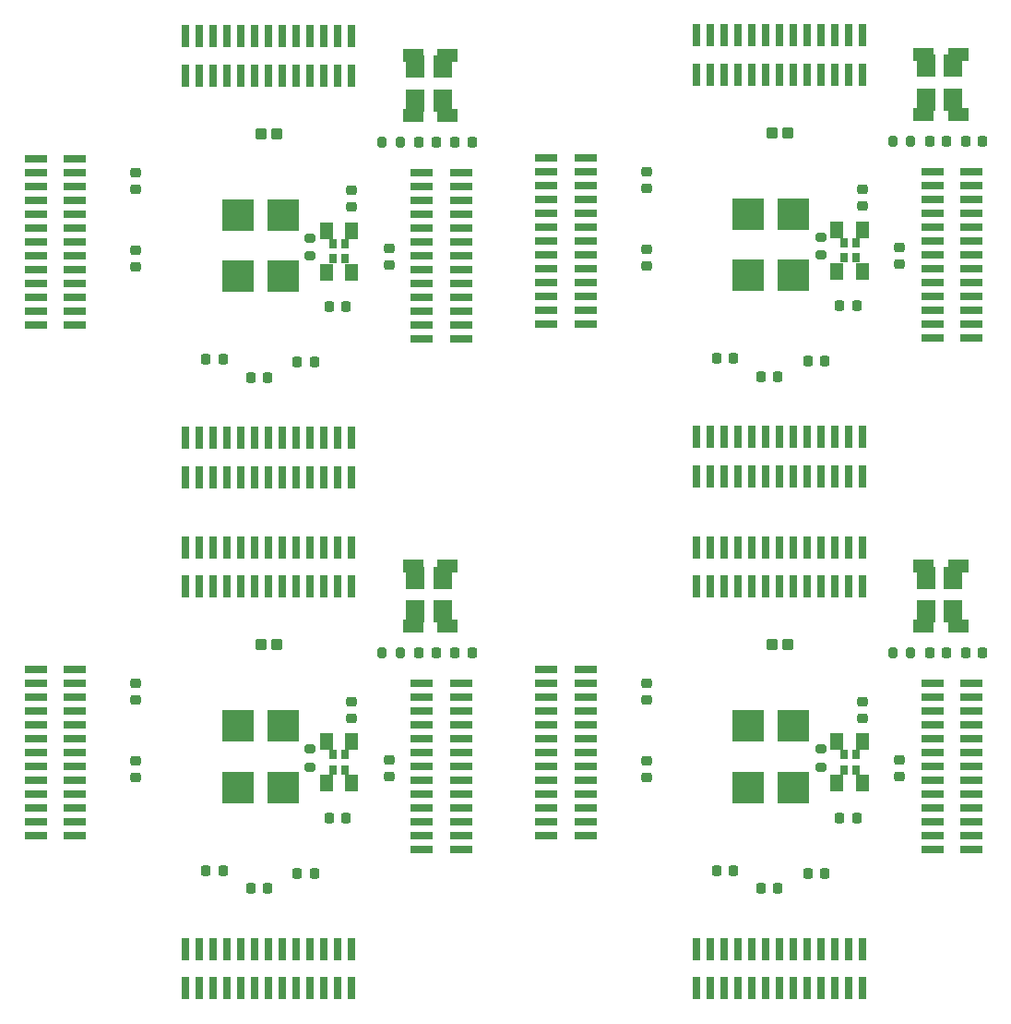
<source format=gbp>
%TF.GenerationSoftware,KiCad,Pcbnew,6.0.7+dfsg-1~bpo11+1*%
%TF.CreationDate,2022-08-31T21:43:44+02:00*%
%TF.ProjectId,PIC32MX795F512L,50494333-324d-4583-9739-35463531324c,rev?*%
%TF.SameCoordinates,Original*%
%TF.FileFunction,Paste,Bot*%
%TF.FilePolarity,Positive*%
%FSLAX46Y46*%
G04 Gerber Fmt 4.6, Leading zero omitted, Abs format (unit mm)*
G04 Created by KiCad (PCBNEW 6.0.7+dfsg-1~bpo11+1) date 2022-08-31 21:43:44*
%MOMM*%
%LPD*%
G01*
G04 APERTURE LIST*
G04 Aperture macros list*
%AMRoundRect*
0 Rectangle with rounded corners*
0 $1 Rounding radius*
0 $2 $3 $4 $5 $6 $7 $8 $9 X,Y pos of 4 corners*
0 Add a 4 corners polygon primitive as box body*
4,1,4,$2,$3,$4,$5,$6,$7,$8,$9,$2,$3,0*
0 Add four circle primitives for the rounded corners*
1,1,$1+$1,$2,$3*
1,1,$1+$1,$4,$5*
1,1,$1+$1,$6,$7*
1,1,$1+$1,$8,$9*
0 Add four rect primitives between the rounded corners*
20,1,$1+$1,$2,$3,$4,$5,0*
20,1,$1+$1,$4,$5,$6,$7,0*
20,1,$1+$1,$6,$7,$8,$9,0*
20,1,$1+$1,$8,$9,$2,$3,0*%
G04 Aperture macros list end*
%ADD10RoundRect,0.225000X-0.225000X-0.250000X0.225000X-0.250000X0.225000X0.250000X-0.225000X0.250000X0*%
%ADD11RoundRect,0.250000X0.287500X0.275000X-0.287500X0.275000X-0.287500X-0.275000X0.287500X-0.275000X0*%
%ADD12RoundRect,0.225000X0.225000X0.250000X-0.225000X0.250000X-0.225000X-0.250000X0.225000X-0.250000X0*%
%ADD13R,1.300000X1.600000*%
%ADD14RoundRect,0.225000X0.250000X-0.225000X0.250000X0.225000X-0.250000X0.225000X-0.250000X-0.225000X0*%
%ADD15R,0.800000X0.900000*%
%ADD16R,2.850000X2.850000*%
%ADD17R,0.750000X2.100000*%
%ADD18R,2.100000X0.750000*%
%ADD19RoundRect,0.200000X-0.200000X-0.275000X0.200000X-0.275000X0.200000X0.275000X-0.200000X0.275000X0*%
%ADD20R,1.900000X1.300000*%
%ADD21R,1.800000X2.100000*%
%ADD22RoundRect,0.200000X0.275000X-0.200000X0.275000X0.200000X-0.275000X0.200000X-0.275000X-0.200000X0*%
G04 APERTURE END LIST*
D10*
%TO.C,C104*%
X180327000Y-93746355D03*
X181877000Y-93746355D03*
%TD*%
D11*
%TO.C,C105*%
X167259000Y-92984355D03*
X165834000Y-92984355D03*
%TD*%
D12*
%TO.C,C109*%
X166396000Y-115336355D03*
X164846000Y-115336355D03*
%TD*%
D10*
%TO.C,C106*%
X160756000Y-113685355D03*
X162306000Y-113685355D03*
%TD*%
D13*
%TO.C,Y1001*%
X171817000Y-105674355D03*
X171817000Y-101874355D03*
X174117000Y-101874355D03*
X174117000Y-105674355D03*
%TD*%
D14*
%TO.C,C103*%
X174117000Y-99728355D03*
X174117000Y-98178355D03*
%TD*%
%TO.C,C107*%
X154305000Y-98077355D03*
X154305000Y-96527355D03*
%TD*%
D15*
%TO.C,REF\u002A\u002A*%
X172424000Y-104479355D03*
X172424000Y-103079355D03*
X173524000Y-103079355D03*
X173524000Y-104479355D03*
%TD*%
D16*
%TO.C,REF\u002A\u002A*%
X163660000Y-106086355D03*
X163660000Y-100456355D03*
X167810000Y-100456355D03*
X167810000Y-106086355D03*
%TD*%
D17*
%TO.C,J102*%
X158877000Y-124480355D03*
X158877000Y-120880355D03*
X160147000Y-124480355D03*
X160147000Y-120880355D03*
X161417000Y-124480355D03*
X161417000Y-120880355D03*
X162687000Y-124480355D03*
X162687000Y-120880355D03*
X163957000Y-124480355D03*
X163957000Y-120880355D03*
X165227000Y-124480355D03*
X165227000Y-120880355D03*
X166497000Y-124480355D03*
X166497000Y-120880355D03*
X167767000Y-124480355D03*
X167767000Y-120880355D03*
X169037000Y-124480355D03*
X169037000Y-120880355D03*
X170307000Y-124480355D03*
X170307000Y-120880355D03*
X171577000Y-124480355D03*
X171577000Y-120880355D03*
X172847000Y-124480355D03*
X172847000Y-120880355D03*
X174117000Y-124480355D03*
X174117000Y-120880355D03*
%TD*%
D18*
%TO.C,J101*%
X145117000Y-95270355D03*
X148717000Y-95270355D03*
X145117000Y-96540355D03*
X148717000Y-96540355D03*
X145117000Y-97810355D03*
X148717000Y-97810355D03*
X145117000Y-99080355D03*
X148717000Y-99080355D03*
X145117000Y-100350355D03*
X148717000Y-100350355D03*
X145117000Y-101620355D03*
X148717000Y-101620355D03*
X145117000Y-102890355D03*
X148717000Y-102890355D03*
X145117000Y-104160355D03*
X148717000Y-104160355D03*
X145117000Y-105430355D03*
X148717000Y-105430355D03*
X145117000Y-106700355D03*
X148717000Y-106700355D03*
X145117000Y-107970355D03*
X148717000Y-107970355D03*
X145117000Y-109240355D03*
X148717000Y-109240355D03*
X145117000Y-110510355D03*
X148717000Y-110510355D03*
%TD*%
D10*
%TO.C,C101*%
X172072000Y-108859355D03*
X173622000Y-108859355D03*
%TD*%
D19*
%TO.C,R102*%
X176912000Y-93746355D03*
X178562000Y-93746355D03*
%TD*%
D12*
%TO.C,C110*%
X170701000Y-113939355D03*
X169151000Y-113939355D03*
%TD*%
D17*
%TO.C,J104*%
X174117000Y-84050355D03*
X174117000Y-87650355D03*
X172847000Y-84050355D03*
X172847000Y-87650355D03*
X171577000Y-84050355D03*
X171577000Y-87650355D03*
X170307000Y-84050355D03*
X170307000Y-87650355D03*
X169037000Y-84050355D03*
X169037000Y-87650355D03*
X167767000Y-84050355D03*
X167767000Y-87650355D03*
X166497000Y-84050355D03*
X166497000Y-87650355D03*
X165227000Y-84050355D03*
X165227000Y-87650355D03*
X163957000Y-84050355D03*
X163957000Y-87650355D03*
X162687000Y-84050355D03*
X162687000Y-87650355D03*
X161417000Y-84050355D03*
X161417000Y-87650355D03*
X160147000Y-84050355D03*
X160147000Y-87650355D03*
X158877000Y-84050355D03*
X158877000Y-87650355D03*
%TD*%
D14*
%TO.C,C111*%
X154305000Y-105189355D03*
X154305000Y-103639355D03*
%TD*%
D20*
%TO.C,Y102*%
X179756000Y-91289355D03*
X179756000Y-85789355D03*
X182956000Y-85789355D03*
X182956000Y-91289355D03*
%TD*%
D18*
%TO.C,J103*%
X184172000Y-111780355D03*
X180572000Y-111780355D03*
X184172000Y-110510355D03*
X180572000Y-110510355D03*
X184172000Y-109240355D03*
X180572000Y-109240355D03*
X184172000Y-107970355D03*
X180572000Y-107970355D03*
X184172000Y-106700355D03*
X180572000Y-106700355D03*
X184172000Y-105430355D03*
X180572000Y-105430355D03*
X184172000Y-104160355D03*
X180572000Y-104160355D03*
X184172000Y-102890355D03*
X180572000Y-102890355D03*
X184172000Y-101620355D03*
X180572000Y-101620355D03*
X184172000Y-100350355D03*
X180572000Y-100350355D03*
X184172000Y-99080355D03*
X180572000Y-99080355D03*
X184172000Y-97810355D03*
X180572000Y-97810355D03*
X184172000Y-96540355D03*
X180572000Y-96540355D03*
%TD*%
D21*
%TO.C,REF\u002A\u002A*%
X179979000Y-89962355D03*
X179979000Y-86862355D03*
X182479000Y-86862355D03*
X182479000Y-89962355D03*
%TD*%
D12*
%TO.C,C102*%
X185179000Y-93746355D03*
X183629000Y-93746355D03*
%TD*%
D14*
%TO.C,C108*%
X177546000Y-105062355D03*
X177546000Y-103512355D03*
%TD*%
D22*
%TO.C,R101*%
X170307000Y-104223355D03*
X170307000Y-102573355D03*
%TD*%
D10*
%TO.C,C104*%
X133464000Y-93746355D03*
X135014000Y-93746355D03*
%TD*%
D11*
%TO.C,C105*%
X120396000Y-92984355D03*
X118971000Y-92984355D03*
%TD*%
D12*
%TO.C,C109*%
X119533000Y-115336355D03*
X117983000Y-115336355D03*
%TD*%
D10*
%TO.C,C106*%
X113893000Y-113685355D03*
X115443000Y-113685355D03*
%TD*%
D13*
%TO.C,Y1001*%
X124954000Y-105674355D03*
X124954000Y-101874355D03*
X127254000Y-101874355D03*
X127254000Y-105674355D03*
%TD*%
D14*
%TO.C,C103*%
X127254000Y-99728355D03*
X127254000Y-98178355D03*
%TD*%
%TO.C,C107*%
X107442000Y-98077355D03*
X107442000Y-96527355D03*
%TD*%
D15*
%TO.C,REF\u002A\u002A*%
X125561000Y-104479355D03*
X125561000Y-103079355D03*
X126661000Y-103079355D03*
X126661000Y-104479355D03*
%TD*%
D16*
%TO.C,REF\u002A\u002A*%
X116797000Y-106086355D03*
X116797000Y-100456355D03*
X120947000Y-100456355D03*
X120947000Y-106086355D03*
%TD*%
D17*
%TO.C,J102*%
X112014000Y-124480355D03*
X112014000Y-120880355D03*
X113284000Y-124480355D03*
X113284000Y-120880355D03*
X114554000Y-124480355D03*
X114554000Y-120880355D03*
X115824000Y-124480355D03*
X115824000Y-120880355D03*
X117094000Y-124480355D03*
X117094000Y-120880355D03*
X118364000Y-124480355D03*
X118364000Y-120880355D03*
X119634000Y-124480355D03*
X119634000Y-120880355D03*
X120904000Y-124480355D03*
X120904000Y-120880355D03*
X122174000Y-124480355D03*
X122174000Y-120880355D03*
X123444000Y-124480355D03*
X123444000Y-120880355D03*
X124714000Y-124480355D03*
X124714000Y-120880355D03*
X125984000Y-124480355D03*
X125984000Y-120880355D03*
X127254000Y-124480355D03*
X127254000Y-120880355D03*
%TD*%
D18*
%TO.C,J101*%
X98254000Y-95270355D03*
X101854000Y-95270355D03*
X98254000Y-96540355D03*
X101854000Y-96540355D03*
X98254000Y-97810355D03*
X101854000Y-97810355D03*
X98254000Y-99080355D03*
X101854000Y-99080355D03*
X98254000Y-100350355D03*
X101854000Y-100350355D03*
X98254000Y-101620355D03*
X101854000Y-101620355D03*
X98254000Y-102890355D03*
X101854000Y-102890355D03*
X98254000Y-104160355D03*
X101854000Y-104160355D03*
X98254000Y-105430355D03*
X101854000Y-105430355D03*
X98254000Y-106700355D03*
X101854000Y-106700355D03*
X98254000Y-107970355D03*
X101854000Y-107970355D03*
X98254000Y-109240355D03*
X101854000Y-109240355D03*
X98254000Y-110510355D03*
X101854000Y-110510355D03*
%TD*%
D10*
%TO.C,C101*%
X125209000Y-108859355D03*
X126759000Y-108859355D03*
%TD*%
D19*
%TO.C,R102*%
X130049000Y-93746355D03*
X131699000Y-93746355D03*
%TD*%
D12*
%TO.C,C110*%
X123838000Y-113939355D03*
X122288000Y-113939355D03*
%TD*%
D17*
%TO.C,J104*%
X127254000Y-84050355D03*
X127254000Y-87650355D03*
X125984000Y-84050355D03*
X125984000Y-87650355D03*
X124714000Y-84050355D03*
X124714000Y-87650355D03*
X123444000Y-84050355D03*
X123444000Y-87650355D03*
X122174000Y-84050355D03*
X122174000Y-87650355D03*
X120904000Y-84050355D03*
X120904000Y-87650355D03*
X119634000Y-84050355D03*
X119634000Y-87650355D03*
X118364000Y-84050355D03*
X118364000Y-87650355D03*
X117094000Y-84050355D03*
X117094000Y-87650355D03*
X115824000Y-84050355D03*
X115824000Y-87650355D03*
X114554000Y-84050355D03*
X114554000Y-87650355D03*
X113284000Y-84050355D03*
X113284000Y-87650355D03*
X112014000Y-84050355D03*
X112014000Y-87650355D03*
%TD*%
D14*
%TO.C,C111*%
X107442000Y-105189355D03*
X107442000Y-103639355D03*
%TD*%
D20*
%TO.C,Y102*%
X132893000Y-91289355D03*
X132893000Y-85789355D03*
X136093000Y-85789355D03*
X136093000Y-91289355D03*
%TD*%
D18*
%TO.C,J103*%
X137309000Y-111780355D03*
X133709000Y-111780355D03*
X137309000Y-110510355D03*
X133709000Y-110510355D03*
X137309000Y-109240355D03*
X133709000Y-109240355D03*
X137309000Y-107970355D03*
X133709000Y-107970355D03*
X137309000Y-106700355D03*
X133709000Y-106700355D03*
X137309000Y-105430355D03*
X133709000Y-105430355D03*
X137309000Y-104160355D03*
X133709000Y-104160355D03*
X137309000Y-102890355D03*
X133709000Y-102890355D03*
X137309000Y-101620355D03*
X133709000Y-101620355D03*
X137309000Y-100350355D03*
X133709000Y-100350355D03*
X137309000Y-99080355D03*
X133709000Y-99080355D03*
X137309000Y-97810355D03*
X133709000Y-97810355D03*
X137309000Y-96540355D03*
X133709000Y-96540355D03*
%TD*%
D21*
%TO.C,REF\u002A\u002A*%
X133116000Y-89962355D03*
X133116000Y-86862355D03*
X135616000Y-86862355D03*
X135616000Y-89962355D03*
%TD*%
D12*
%TO.C,C102*%
X138316000Y-93746355D03*
X136766000Y-93746355D03*
%TD*%
D14*
%TO.C,C108*%
X130683000Y-105062355D03*
X130683000Y-103512355D03*
%TD*%
D22*
%TO.C,R101*%
X123444000Y-104223355D03*
X123444000Y-102573355D03*
%TD*%
D10*
%TO.C,C104*%
X133464000Y-46883355D03*
X135014000Y-46883355D03*
%TD*%
D11*
%TO.C,C105*%
X120396000Y-46121355D03*
X118971000Y-46121355D03*
%TD*%
D12*
%TO.C,C109*%
X119533000Y-68473355D03*
X117983000Y-68473355D03*
%TD*%
D10*
%TO.C,C106*%
X113893000Y-66822355D03*
X115443000Y-66822355D03*
%TD*%
D13*
%TO.C,Y1001*%
X124954000Y-58811355D03*
X124954000Y-55011355D03*
X127254000Y-55011355D03*
X127254000Y-58811355D03*
%TD*%
D14*
%TO.C,C103*%
X127254000Y-52865355D03*
X127254000Y-51315355D03*
%TD*%
%TO.C,C107*%
X107442000Y-51214355D03*
X107442000Y-49664355D03*
%TD*%
D15*
%TO.C,REF\u002A\u002A*%
X125561000Y-57616355D03*
X125561000Y-56216355D03*
X126661000Y-56216355D03*
X126661000Y-57616355D03*
%TD*%
D16*
%TO.C,REF\u002A\u002A*%
X116797000Y-59223355D03*
X116797000Y-53593355D03*
X120947000Y-53593355D03*
X120947000Y-59223355D03*
%TD*%
D17*
%TO.C,J102*%
X112014000Y-77617355D03*
X112014000Y-74017355D03*
X113284000Y-77617355D03*
X113284000Y-74017355D03*
X114554000Y-77617355D03*
X114554000Y-74017355D03*
X115824000Y-77617355D03*
X115824000Y-74017355D03*
X117094000Y-77617355D03*
X117094000Y-74017355D03*
X118364000Y-77617355D03*
X118364000Y-74017355D03*
X119634000Y-77617355D03*
X119634000Y-74017355D03*
X120904000Y-77617355D03*
X120904000Y-74017355D03*
X122174000Y-77617355D03*
X122174000Y-74017355D03*
X123444000Y-77617355D03*
X123444000Y-74017355D03*
X124714000Y-77617355D03*
X124714000Y-74017355D03*
X125984000Y-77617355D03*
X125984000Y-74017355D03*
X127254000Y-77617355D03*
X127254000Y-74017355D03*
%TD*%
D18*
%TO.C,J101*%
X98254000Y-48407355D03*
X101854000Y-48407355D03*
X98254000Y-49677355D03*
X101854000Y-49677355D03*
X98254000Y-50947355D03*
X101854000Y-50947355D03*
X98254000Y-52217355D03*
X101854000Y-52217355D03*
X98254000Y-53487355D03*
X101854000Y-53487355D03*
X98254000Y-54757355D03*
X101854000Y-54757355D03*
X98254000Y-56027355D03*
X101854000Y-56027355D03*
X98254000Y-57297355D03*
X101854000Y-57297355D03*
X98254000Y-58567355D03*
X101854000Y-58567355D03*
X98254000Y-59837355D03*
X101854000Y-59837355D03*
X98254000Y-61107355D03*
X101854000Y-61107355D03*
X98254000Y-62377355D03*
X101854000Y-62377355D03*
X98254000Y-63647355D03*
X101854000Y-63647355D03*
%TD*%
D10*
%TO.C,C101*%
X125209000Y-61996355D03*
X126759000Y-61996355D03*
%TD*%
D19*
%TO.C,R102*%
X130049000Y-46883355D03*
X131699000Y-46883355D03*
%TD*%
D12*
%TO.C,C110*%
X123838000Y-67076355D03*
X122288000Y-67076355D03*
%TD*%
D17*
%TO.C,J104*%
X127254000Y-37187355D03*
X127254000Y-40787355D03*
X125984000Y-37187355D03*
X125984000Y-40787355D03*
X124714000Y-37187355D03*
X124714000Y-40787355D03*
X123444000Y-37187355D03*
X123444000Y-40787355D03*
X122174000Y-37187355D03*
X122174000Y-40787355D03*
X120904000Y-37187355D03*
X120904000Y-40787355D03*
X119634000Y-37187355D03*
X119634000Y-40787355D03*
X118364000Y-37187355D03*
X118364000Y-40787355D03*
X117094000Y-37187355D03*
X117094000Y-40787355D03*
X115824000Y-37187355D03*
X115824000Y-40787355D03*
X114554000Y-37187355D03*
X114554000Y-40787355D03*
X113284000Y-37187355D03*
X113284000Y-40787355D03*
X112014000Y-37187355D03*
X112014000Y-40787355D03*
%TD*%
D14*
%TO.C,C111*%
X107442000Y-58326355D03*
X107442000Y-56776355D03*
%TD*%
D20*
%TO.C,Y102*%
X132893000Y-44426355D03*
X132893000Y-38926355D03*
X136093000Y-38926355D03*
X136093000Y-44426355D03*
%TD*%
D18*
%TO.C,J103*%
X137309000Y-64917355D03*
X133709000Y-64917355D03*
X137309000Y-63647355D03*
X133709000Y-63647355D03*
X137309000Y-62377355D03*
X133709000Y-62377355D03*
X137309000Y-61107355D03*
X133709000Y-61107355D03*
X137309000Y-59837355D03*
X133709000Y-59837355D03*
X137309000Y-58567355D03*
X133709000Y-58567355D03*
X137309000Y-57297355D03*
X133709000Y-57297355D03*
X137309000Y-56027355D03*
X133709000Y-56027355D03*
X137309000Y-54757355D03*
X133709000Y-54757355D03*
X137309000Y-53487355D03*
X133709000Y-53487355D03*
X137309000Y-52217355D03*
X133709000Y-52217355D03*
X137309000Y-50947355D03*
X133709000Y-50947355D03*
X137309000Y-49677355D03*
X133709000Y-49677355D03*
%TD*%
D21*
%TO.C,REF\u002A\u002A*%
X133116000Y-43099355D03*
X133116000Y-39999355D03*
X135616000Y-39999355D03*
X135616000Y-43099355D03*
%TD*%
D12*
%TO.C,C102*%
X138316000Y-46883355D03*
X136766000Y-46883355D03*
%TD*%
D14*
%TO.C,C108*%
X130683000Y-58199355D03*
X130683000Y-56649355D03*
%TD*%
D22*
%TO.C,R101*%
X123444000Y-57360355D03*
X123444000Y-55710355D03*
%TD*%
%TO.C,R101*%
X170307000Y-57274855D03*
X170307000Y-55624855D03*
%TD*%
D14*
%TO.C,C108*%
X177546000Y-58113855D03*
X177546000Y-56563855D03*
%TD*%
D12*
%TO.C,C102*%
X185179000Y-46797855D03*
X183629000Y-46797855D03*
%TD*%
D21*
%TO.C,REF\u002A\u002A*%
X179979000Y-43013855D03*
X179979000Y-39913855D03*
X182479000Y-39913855D03*
X182479000Y-43013855D03*
%TD*%
D18*
%TO.C,J103*%
X184172000Y-64831855D03*
X180572000Y-64831855D03*
X184172000Y-63561855D03*
X180572000Y-63561855D03*
X184172000Y-62291855D03*
X180572000Y-62291855D03*
X184172000Y-61021855D03*
X180572000Y-61021855D03*
X184172000Y-59751855D03*
X180572000Y-59751855D03*
X184172000Y-58481855D03*
X180572000Y-58481855D03*
X184172000Y-57211855D03*
X180572000Y-57211855D03*
X184172000Y-55941855D03*
X180572000Y-55941855D03*
X184172000Y-54671855D03*
X180572000Y-54671855D03*
X184172000Y-53401855D03*
X180572000Y-53401855D03*
X184172000Y-52131855D03*
X180572000Y-52131855D03*
X184172000Y-50861855D03*
X180572000Y-50861855D03*
X184172000Y-49591855D03*
X180572000Y-49591855D03*
%TD*%
D14*
%TO.C,C111*%
X154305000Y-58240855D03*
X154305000Y-56690855D03*
%TD*%
D17*
%TO.C,J104*%
X174117000Y-37101855D03*
X174117000Y-40701855D03*
X172847000Y-37101855D03*
X172847000Y-40701855D03*
X171577000Y-37101855D03*
X171577000Y-40701855D03*
X170307000Y-37101855D03*
X170307000Y-40701855D03*
X169037000Y-37101855D03*
X169037000Y-40701855D03*
X167767000Y-37101855D03*
X167767000Y-40701855D03*
X166497000Y-37101855D03*
X166497000Y-40701855D03*
X165227000Y-37101855D03*
X165227000Y-40701855D03*
X163957000Y-37101855D03*
X163957000Y-40701855D03*
X162687000Y-37101855D03*
X162687000Y-40701855D03*
X161417000Y-37101855D03*
X161417000Y-40701855D03*
X160147000Y-37101855D03*
X160147000Y-40701855D03*
X158877000Y-37101855D03*
X158877000Y-40701855D03*
%TD*%
D12*
%TO.C,C110*%
X170701000Y-66990855D03*
X169151000Y-66990855D03*
%TD*%
D19*
%TO.C,R102*%
X176912000Y-46797855D03*
X178562000Y-46797855D03*
%TD*%
D10*
%TO.C,C101*%
X172072000Y-61910855D03*
X173622000Y-61910855D03*
%TD*%
D18*
%TO.C,J101*%
X145117000Y-48321855D03*
X148717000Y-48321855D03*
X145117000Y-49591855D03*
X148717000Y-49591855D03*
X145117000Y-50861855D03*
X148717000Y-50861855D03*
X145117000Y-52131855D03*
X148717000Y-52131855D03*
X145117000Y-53401855D03*
X148717000Y-53401855D03*
X145117000Y-54671855D03*
X148717000Y-54671855D03*
X145117000Y-55941855D03*
X148717000Y-55941855D03*
X145117000Y-57211855D03*
X148717000Y-57211855D03*
X145117000Y-58481855D03*
X148717000Y-58481855D03*
X145117000Y-59751855D03*
X148717000Y-59751855D03*
X145117000Y-61021855D03*
X148717000Y-61021855D03*
X145117000Y-62291855D03*
X148717000Y-62291855D03*
X145117000Y-63561855D03*
X148717000Y-63561855D03*
%TD*%
D17*
%TO.C,J102*%
X158877000Y-77531855D03*
X158877000Y-73931855D03*
X160147000Y-77531855D03*
X160147000Y-73931855D03*
X161417000Y-77531855D03*
X161417000Y-73931855D03*
X162687000Y-77531855D03*
X162687000Y-73931855D03*
X163957000Y-77531855D03*
X163957000Y-73931855D03*
X165227000Y-77531855D03*
X165227000Y-73931855D03*
X166497000Y-77531855D03*
X166497000Y-73931855D03*
X167767000Y-77531855D03*
X167767000Y-73931855D03*
X169037000Y-77531855D03*
X169037000Y-73931855D03*
X170307000Y-77531855D03*
X170307000Y-73931855D03*
X171577000Y-77531855D03*
X171577000Y-73931855D03*
X172847000Y-77531855D03*
X172847000Y-73931855D03*
X174117000Y-77531855D03*
X174117000Y-73931855D03*
%TD*%
D16*
%TO.C,REF\u002A\u002A*%
X163660000Y-59137855D03*
X163660000Y-53507855D03*
X167810000Y-53507855D03*
X167810000Y-59137855D03*
%TD*%
D15*
%TO.C,REF\u002A\u002A*%
X172424000Y-57530855D03*
X172424000Y-56130855D03*
X173524000Y-56130855D03*
X173524000Y-57530855D03*
%TD*%
D14*
%TO.C,C107*%
X154305000Y-51128855D03*
X154305000Y-49578855D03*
%TD*%
%TO.C,C103*%
X174117000Y-52779855D03*
X174117000Y-51229855D03*
%TD*%
D13*
%TO.C,Y1001*%
X171817000Y-58725855D03*
X171817000Y-54925855D03*
X174117000Y-54925855D03*
X174117000Y-58725855D03*
%TD*%
D10*
%TO.C,C106*%
X160756000Y-66736855D03*
X162306000Y-66736855D03*
%TD*%
D12*
%TO.C,C109*%
X166396000Y-68387855D03*
X164846000Y-68387855D03*
%TD*%
D11*
%TO.C,C105*%
X167259000Y-46035855D03*
X165834000Y-46035855D03*
%TD*%
D10*
%TO.C,C104*%
X180327000Y-46797855D03*
X181877000Y-46797855D03*
%TD*%
D20*
%TO.C,Y102*%
X179756000Y-44340855D03*
X179756000Y-38840855D03*
X182956000Y-38840855D03*
X182956000Y-44340855D03*
%TD*%
M02*

</source>
